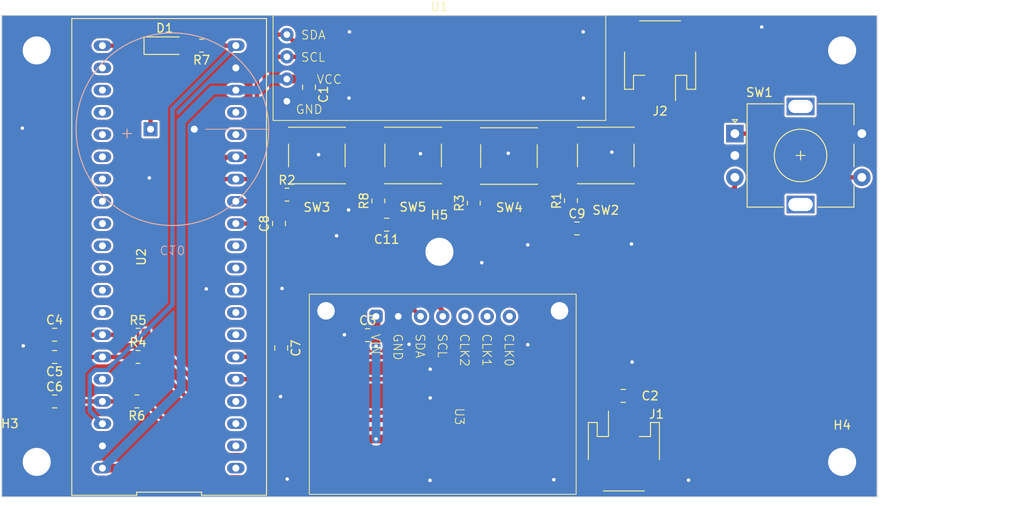
<source format=kicad_pcb>
(kicad_pcb (version 20221018) (generator pcbnew)
  (layers (0 "F.Cu" signal) (31 "B.Cu" signal) (34 "B.Paste" user) (35 "F.Paste" user) (36 "B.SilkS" user "B.Silkscreen") (37 "F.SilkS" user "F.Silkscreen") (38 "B.Mask" user) (39 "F.Mask" user) (44 "Edge.Cuts" user))
  (net 0 "")
  (net 1 "+5V")
  (net 2 "Earth")
  (net 3 "ENC_R")
  (net 4 "ENC_L")
  (net 5 "ENC_STEP")
  (net 6 "B_SET")
  (net 7 "B_BAND")
  (net 8 "B_TX")
  (net 9 "Net-(D1-K)")
  (net 10 "B_F1")
  (net 11 "Net-(D1-A)")
  (net 12 "SDA")
  (net 13 "SCL")
  (net 14 "Net-(R1-Pad2)")
  (net 15 "Net-(R2-Pad2)")
  (net 16 "Net-(R3-Pad2)")
  (net 17 "Net-(R4-Pad2)")
  (net 18 "Net-(R5-Pad2)")
  (net 19 "Net-(R6-Pad1)")
  (net 20 "+3.3V")
  (net 21 "Net-(R8-Pad2)")
  (footprint "Rotary_Encoder:RotaryEncoder_Alps_EC11E-Switch_Vertical_H20mm" (layer "F.Cu") (at 183.75 86.5)
    (fp_text reference "SW1" (at 2.8 -4.7) (layer "F.SilkS"))
    (fp_text value "RotaryEncoder_Switch")
    (fp_line (start -0.3 -1.6) (end 0.3 -1.6) (stroke (width 0.12)) (layer "F.SilkS"))
    (fp_line (start 0 -1.3) (end -0.3 -1.6) (stroke (width 0.12)) (layer "F.SilkS"))
    (fp_line (start 0.3 -1.6) (end 0 -1.3) (stroke (width 0.12)) (layer "F.SilkS"))
    (fp_line (start 1.4 -3.4) (end 1.4 8.4) (stroke (width 0.12)) (layer "F.SilkS"))
    (fp_line (start 5.5 -3.4) (end 1.4 -3.4) (stroke (width 0.12)) (layer "F.SilkS"))
    (fp_line (start 5.5 8.4) (end 1.4 8.4) (stroke (width 0.12)) (layer "F.SilkS"))
    (fp_line (start 7 2.5) (end 8 2.5) (stroke (width 0.12)) (layer "F.SilkS"))
    (fp_line (start 7.5 2) (end 7.5 3) (stroke (width 0.12)) (layer "F.SilkS"))
    (fp_line (start 9.5 -3.4) (end 13.6 -3.4) (stroke (width 0.12)) (layer "F.SilkS"))
    (fp_line (start 13.6 -3.4) (end 13.6 -1) (stroke (width 0.12)) (layer "F.SilkS"))
    (fp_line (start 13.6 1.2) (end 13.6 3.8) (stroke (width 0.12)) (layer "F.SilkS"))
    (fp_line (start 13.6 6) (end 13.6 8.4) (stroke (width 0.12)) (layer "F.SilkS"))
    (fp_line (start 13.6 8.4) (end 9.5 8.4) (stroke (width 0.12)) (layer "F.SilkS"))
    (fp_circle (center 7.5 2.5) (end 10.5 2.5) (stroke (width 0.12)) (fill none) (layer "F.SilkS"))
    (pad "A" thru_hole rect (at 0 0) (size 2 2) (drill 1) (layers "*.Cu" "*.Mask") (net 17 "Net-(R4-Pad2)"))
    (pad "B" thru_hole circle (at 0 5) (size 2 2) (drill 1) (layers "*.Cu" "*.Mask") (net 18 "Net-(R5-Pad2)"))
    (pad "C" thru_hole circle (at 0 2.5) (size 2 2) (drill 1) (layers "*.Cu" "*.Mask") (net 2 "Earth"))
    (pad "MP" thru_hole rect (at 7.5 -3.1) (size 3.2 2) (drill oval 2.8 1.5) (layers "*.Cu" "*.Mask"))
    (pad "MP" thru_hole rect (at 7.5 8.1) (size 3.2 2) (drill oval 2.8 1.5) (layers "*.Cu" "*.Mask"))
    (pad "S1" thru_hole circle (at 14.5 5) (size 2 2) (drill 1) (layers "*.Cu" "*.Mask") (net 19 "Net-(R6-Pad1)"))
    (pad "S2" thru_hole circle (at 14.5 0) (size 2 2) (drill 1) (layers "*.Cu" "*.Mask") (net 2 "Earth"))
  )
  (footprint "Capacitor_SMD:C_0805_2012Metric" (layer "F.Cu") (at 131.6736 96.774 90)
    (fp_text reference "C8" (at 0 -1.68 90) (layer "F.SilkS"))
    (fp_text value "104")
    (fp_line (start -0.261252 -0.735) (end 0.261252 -0.735) (stroke (width 0.12)) (layer "F.SilkS"))
    (fp_line (start -0.261252 0.735) (end 0.261252 0.735) (stroke (width 0.12)) (layer "F.SilkS"))
    (pad "1" smd roundrect (at -0.95 0 90) (size 1 1.45) (layers "F.Cu" "F.Paste" "F.Mask") (net 2 "Earth"))
    (pad "2" smd roundrect (at 0.95 0 90) (size 1 1.45) (layers "F.Cu" "F.Paste" "F.Mask") (net 7 "B_BAND"))
  )
  (footprint "Connector_JST:JST_PH_S2B-PH-SM4-TB_1x02-1MP_P2.00mm_Horizontal" (layer "F.Cu") (at 175.2092 78.1304 180)
    (fp_text reference "J2" (at 0 -5.8) (layer "F.SilkS"))
    (fp_text value "I2C")
    (fp_line (start -4.06 -3.31) (end -3.04 -3.31) (stroke (width 0.12)) (layer "F.SilkS"))
    (fp_line (start -4.06 0.94) (end -4.06 -3.31) (stroke (width 0.12)) (layer "F.SilkS"))
    (fp_line (start -3.04 -3.31) (end -3.04 -1.71) (stroke (width 0.12)) (layer "F.SilkS"))
    (fp_line (start -3.04 -1.71) (end -1.76 -1.71) (stroke (width 0.12)) (layer "F.SilkS"))
    (fp_line (start -2.34 4.51) (end 2.34 4.51) (stroke (width 0.12)) (layer "F.SilkS"))
    (fp_line (start -1.76 -1.71) (end -1.76 -4.6) (stroke (width 0.12)) (layer "F.SilkS"))
    (fp_line (start 3.04 -3.31) (end 3.04 -1.71) (stroke (width 0.12)) (layer "F.SilkS"))
    (fp_line (start 3.04 -1.71) (end 1.76 -1.71) (stroke (width 0.12)) (layer "F.SilkS"))
    (fp_line (start 4.06 -3.31) (end 3.04 -3.31) (stroke (width 0.12)) (layer "F.SilkS"))
    (fp_line (start 4.06 0.94) (end 4.06 -3.31) (stroke (width 0.12)) (layer "F.SilkS"))
    (pad "1" smd roundrect (at -1 -2.85 180) (size 1 3.5) (layers "F.Cu" "F.Paste" "F.Mask") (net 12 "SDA"))
    (pad "2" smd roundrect (at 1 -2.85 180) (size 1 3.5) (layers "F.Cu" "F.Paste" "F.Mask") (net 13 "SCL"))
    (pad "MP" smd roundrect (at -3.35 2.9 180) (size 1.5 3.4) (layers "F.Cu" "F.Paste" "F.Mask") (roundrect_rratio 0.1666673333) (net 2 "Earth"))
    (pad "MP" smd roundrect (at 3.35 2.9 180) (size 1.5 3.4) (layers "F.Cu" "F.Paste" "F.Mask") (roundrect_rratio 0.1666673333) (net 2 "Earth"))
  )
  (footprint "Capacitor_SMD:C_0805_2012Metric" (layer "F.Cu") (at 141.8082 109.5248)
    (fp_text reference "C3" (at 0 -1.68) (layer "F.SilkS"))
    (fp_text value "104")
    (fp_line (start -0.261252 -0.735) (end 0.261252 -0.735) (stroke (width 0.12)) (layer "F.SilkS"))
    (fp_line (start -0.261252 0.735) (end 0.261252 0.735) (stroke (width 0.12)) (layer "F.SilkS"))
    (pad "1" smd roundrect (at -0.95 0) (size 1 1.45) (layers "F.Cu" "F.Paste" "F.Mask") (net 2 "Earth"))
    (pad "2" smd roundrect (at 0.95 0) (size 1 1.45) (layers "F.Cu" "F.Paste" "F.Mask") (net 1 "+5V"))
  )
  (footprint "Capacitor_SMD:C_0805_2012Metric" (layer "F.Cu") (at 106.045 109.474)
    (fp_text reference "C4" (at 0 -1.68) (layer "F.SilkS"))
    (fp_text value "104")
    (fp_line (start -0.261252 -0.735) (end 0.261252 -0.735) (stroke (width 0.12)) (layer "F.SilkS"))
    (fp_line (start -0.261252 0.735) (end 0.261252 0.735) (stroke (width 0.12)) (layer "F.SilkS"))
    (pad "1" smd roundrect (at -0.95 0) (size 1 1.45) (layers "F.Cu" "F.Paste" "F.Mask") (net 2 "Earth"))
    (pad "2" smd roundrect (at 0.95 0) (size 1 1.45) (layers "F.Cu" "F.Paste" "F.Mask") (net 3 "ENC_R"))
  )
  (footprint "Resistor_SMD:R_0805_2012Metric" (layer "F.Cu") (at 132.588 93.472)
    (fp_text reference "R2" (at 0 -1.65) (layer "F.SilkS"))
    (fp_text value "472")
    (fp_line (start -0.227064 -0.735) (end 0.227064 -0.735) (stroke (width 0.12)) (layer "F.SilkS"))
    (fp_line (start -0.227064 0.735) (end 0.227064 0.735) (stroke (width 0.12)) (layer "F.SilkS"))
    (pad "1" smd roundrect (at -0.9125 0) (size 1.025 1.4) (layers "F.Cu" "F.Paste" "F.Mask") (roundrect_rratio 0.243902439) (net 7 "B_BAND"))
    (pad "2" smd roundrect (at 0.9125 0) (size 1.025 1.4) (layers "F.Cu" "F.Paste" "F.Mask") (roundrect_rratio 0.243902439) (net 15 "Net-(R2-Pad2)"))
  )
  (footprint "Button_Switch_SMD:SW_SPST_PTS645" (layer "F.Cu") (at 157.945 89.063 180)
    (fp_text reference "SW4" (at -0.043 -5.8822) (layer "F.SilkS"))
    (fp_text value "SETTINGS" (at -0.6526 -4.2312) (layer "F.Cu" knockout))
    (fp_line (start -3.23 -3.23) (end 3.23 -3.23) (stroke (width 0.12)) (layer "F.SilkS"))
    (fp_line (start -3.23 -3.2) (end -3.23 -3.23) (stroke (width 0.12)) (layer "F.SilkS"))
    (fp_line (start -3.23 -1.3) (end -3.23 1.3) (stroke (width 0.12)) (layer "F.SilkS"))
    (fp_line (start -3.23 3.23) (end -3.23 3.2) (stroke (width 0.12)) (layer "F.SilkS"))
    (fp_line (start -3.23 3.23) (end 3.23 3.23) (stroke (width 0.12)) (layer "F.SilkS"))
    (fp_line (start 3.23 -3.23) (end 3.23 -3.2) (stroke (width 0.12)) (layer "F.SilkS"))
    (fp_line (start 3.23 -1.3) (end 3.23 1.3) (stroke (width 0.12)) (layer "F.SilkS"))
    (fp_line (start 3.23 3.23) (end 3.23 3.2) (stroke (width 0.12)) (layer "F.SilkS"))
    (pad "1" smd rect (at -3.98 -2.25 180) (size 1.55 1.3) (layers "F.Cu" "F.Paste" "F.Mask") (net 16 "Net-(R3-Pad2)"))
    (pad "1" smd rect (at 3.98 -2.25 180) (size 1.55 1.3) (layers "F.Cu" "F.Paste" "F.Mask") (net 16 "Net-(R3-Pad2)"))
    (pad "2" smd rect (at -3.98 2.25 180) (size 1.55 1.3) (layers "F.Cu" "F.Paste" "F.Mask") (net 2 "Earth"))
    (pad "2" smd rect (at 3.98 2.25 180) (size 1.55 1.3) (layers "F.Cu" "F.Paste" "F.Mask") (net 2 "Earth"))
  )
  (footprint "Resistor_SMD:R_0805_2012Metric" (layer "F.Cu") (at 122.8325 76.454 180)
    (fp_text reference "R7" (at 0 -1.65) (layer "F.SilkS"))
    (fp_text value "101")
    (fp_line (start -0.227064 -0.735) (end 0.227064 -0.735) (stroke (width 0.12)) (layer "F.SilkS"))
    (fp_line (start -0.227064 0.735) (end 0.227064 0.735) (stroke (width 0.12)) (layer "F.SilkS"))
    (pad "1" smd roundrect (at -0.9125 0 180) (size 1.025 1.4) (layers "F.Cu" "F.Paste" "F.Mask") (roundrect_rratio 0.243902439) (net 20 "+3.3V"))
    (pad "2" smd roundrect (at 0.9125 0 180) (size 1.025 1.4) (layers "F.Cu" "F.Paste" "F.Mask") (roundrect_rratio 0.243902439) (net 11 "Net-(D1-A)"))
  )
  (footprint "MountingHole:MountingHole_3.2mm_M3_Pad" (layer "F.Cu") (at 196 124)
    (fp_text reference "H4" (at 0 -4.2) (layer "F.SilkS"))
    (fp_text value "MH")
    (pad "1" thru_hole circle locked (at 0 0) (size 6.4 6.4) (drill 3.2) (layers "*.Cu" "*.Mask") (net 2 "Earth"))
  )
  (footprint "PhilsFootprintLibrary:Module_OLED_091" (layer "F.Cu") (at 150 79)
    (fp_text reference "U1" (at 0 -7 unlocked) (layer "F.SilkS") (effects (font (thickness 0.1))))
    (fp_text value "Adafruit_SSD1306")
    (fp_text user "SCL" (at -15.875 -0.635 unlocked) (layer "F.SilkS") (effects (font (thickness 0.1)) (justify left bottom)))
    (fp_text user "GND" (at -16.4722 5.328 unlocked) (layer "F.SilkS") (effects (font (thickness 0.1)) (justify left bottom)))
    (fp_text user "VCC" (at -14.0846 1.899 unlocked) (layer "F.SilkS") (effects (font (thickness 0.1)) (justify left bottom)))
    (fp_text user "SDA" (at -15.875 -3.175 unlocked) (layer "F.SilkS") (effects (font (thickness 0.1)) (justify left bottom)))
    (fp_rect (start -19 -6) (end 19 6) (stroke (width 0.1)) (fill none) (layer "F.SilkS"))
    (pad "1" thru_hole roundrect (at -17.43 3.81) (size 1.524 1.524) (drill 0.762) (layers "*.Cu" "*.Mask") (net 2 "Earth"))
    (pad "2" thru_hole circle (at -17.43 1.27) (size 1.524 1.524) (drill 0.762) (layers "*.Cu" "*.Mask") (net 1 "+5V"))
    (pad "3" thru_hole circle (at -17.43 -1.27) (size 1.524 1.524) (drill 0.762) (layers "*.Cu" "*.Mask") (net 13 "SCL"))
    (pad "4" thru_hole circle (at -17.43 -3.81) (size 1.524 1.524) (drill 0.762) (layers "*.Cu" "*.Mask") (net 12 "SDA"))
  )
  (footprint "Resistor_SMD:R_0805_2012Metric" (layer "F.Cu") (at 165.0238 94.1578 90)
    (fp_text reference "R1" (at 0 -1.65 90) (layer "F.SilkS"))
    (fp_text value "472")
    (fp_line (start -0.227064 -0.735) (end 0.227064 -0.735) (stroke (width 0.12)) (layer "F.SilkS"))
    (fp_line (start -0.227064 0.735) (end 0.227064 0.735) (stroke (width 0.12)) (layer "F.SilkS"))
    (pad "1" smd roundrect (at -0.9125 0 90) (size 1.025 1.4) (layers "F.Cu" "F.Paste" "F.Mask") (roundrect_rratio 0.243902439) (net 8 "B_TX"))
    (pad "2" smd roundrect (at 0.9125 0 90) (size 1.025 1.4) (layers "F.Cu" "F.Paste" "F.Mask") (roundrect_rratio 0.243902439) (net 14 "Net-(R1-Pad2)"))
  )
  (footprint "Resistor_SMD:R_0805_2012Metric" (layer "F.Cu") (at 115.443 117.094 180)
    (fp_text reference "R6" (at 0 -1.65) (layer "F.SilkS"))
    (fp_text value "472")
    (fp_line (start -0.227064 -0.735) (end 0.227064 -0.735) (stroke (width 0.12)) (layer "F.SilkS"))
    (fp_line (start -0.227064 0.735) (end 0.227064 0.735) (stroke (width 0.12)) (layer "F.SilkS"))
    (pad "1" smd roundrect (at -0.9125 0 180) (size 1.025 1.4) (layers "F.Cu" "F.Paste" "F.Mask") (roundrect_rratio 0.243902439) (net 19 "Net-(R6-Pad1)"))
    (pad "2" smd roundrect (at 0.9125 0 180) (size 1.025 1.4) (layers "F.Cu" "F.Paste" "F.Mask") (roundrect_rratio 0.243902439) (net 5 "ENC_STEP"))
  )
  (footprint "MountingHole:MountingHole_3.2mm_M3_Pad" (layer "F.Cu") (at 196 77)
    (fp_text reference "H2" hide)
    (fp_text value "MH")
    (pad "1" thru_hole circle locked (at 0 0) (size 6.4 6.4) (drill 3.2) (layers "*.Cu" "*.Mask") (net 2 "Earth"))
  )
  (footprint "Button_Switch_SMD:SW_SPST_PTS645" (layer "F.Cu") (at 136 89 180)
    (fp_text reference "SW3" (at 0 -5.9198) (layer "F.SilkS"))
    (fp_text value "BAND" (at -0.271 -4.2688) (layer "F.Cu" knockout))
    (fp_line (start -3.23 -3.23) (end 3.23 -3.23) (stroke (width 0.12)) (layer "F.SilkS"))
    (fp_line (start -3.23 -3.2) (end -3.23 -3.23) (stroke (width 0.12)) (layer "F.SilkS"))
    (fp_line (start -3.23 -1.3) (end -3.23 1.3) (stroke (width 0.12)) (layer "F.SilkS"))
    (fp_line (start -3.23 3.23) (end -3.23 3.2) (stroke (width 0.12)) (layer "F.SilkS"))
    (fp_line (start -3.23 3.23) (end 3.23 3.23) (stroke (width 0.12)) (layer "F.SilkS"))
    (fp_line (start 3.23 -3.23) (end 3.23 -3.2) (stroke (width 0.12)) (layer "F.SilkS"))
    (fp_line (start 3.23 -1.3) (end 3.23 1.3) (stroke (width 0.12)) (layer "F.SilkS"))
    (fp_line (start 3.23 3.23) (end 3.23 3.2) (stroke (width 0.12)) (layer "F.SilkS"))
    (pad "1" smd rect (at -3.98 -2.25 180) (size 1.55 1.3) (layers "F.Cu" "F.Paste" "F.Mask") (net 15 "Net-(R2-Pad2)"))
    (pad "1" smd rect (at 3.98 -2.25 180) (size 1.55 1.3) (layers "F.Cu" "F.Paste" "F.Mask") (net 15 "Net-(R2-Pad2)"))
    (pad "2" smd rect (at -3.98 2.25 180) (size 1.55 1.3) (layers "F.Cu" "F.Paste" "F.Mask") (net 2 "Earth"))
    (pad "2" smd rect (at 3.98 2.25 180) (size 1.55 1.3) (layers "F.Cu" "F.Paste" "F.Mask") (net 2 "Earth"))
  )
  (footprint "Button_Switch_SMD:SW_SPST_PTS645" (layer "F.Cu") (at 147 89 180)
    (fp_text reference "SW5" (at 0.0356 -5.8944) (layer "F.SilkS"))
    (fp_text value "F1" (at 0.0102 -4.2434) (layer "F.Cu" knockout))
    (fp_line (start -3.23 -3.23) (end 3.23 -3.23) (stroke (width 0.12)) (layer "F.SilkS"))
    (fp_line (start -3.23 -3.2) (end -3.23 -3.23) (stroke (width 0.12)) (layer "F.SilkS"))
    (fp_line (start -3.23 -1.3) (end -3.23 1.3) (stroke (width 0.12)) (layer "F.SilkS"))
    (fp_line (start -3.23 3.23) (end -3.23 3.2) (stroke (width 0.12)) (layer "F.SilkS"))
    (fp_line (start -3.23 3.23) (end 3.23 3.23) (stroke (width 0.12)) (layer "F.SilkS"))
    (fp_line (start 3.23 -3.23) (end 3.23 -3.2) (stroke (width 0.12)) (layer "F.SilkS"))
    (fp_line (start 3.23 -1.3) (end 3.23 1.3) (stroke (width 0.12)) (layer "F.SilkS"))
    (fp_line (start 3.23 3.23) (end 3.23 3.2) (stroke (width 0.12)) (layer "F.SilkS"))
    (pad "1" smd rect (at -3.98 -2.25 180) (size 1.55 1.3) (layers "F.Cu" "F.Paste" "F.Mask") (net 21 "Net-(R8-Pad2)"))
    (pad "1" smd rect (at 3.98 -2.25 180) (size 1.55 1.3) (layers "F.Cu" "F.Paste" "F.Mask") (net 21 "Net-(R8-Pad2)"))
    (pad "2" smd rect (at -3.98 2.25 180) (size 1.55 1.3) (layers "F.Cu" "F.Paste" "F.Mask") (net 2 "Earth"))
    (pad "2" smd rect (at 3.98 2.25 180) (size 1.55 1.3) (layers "F.Cu" "F.Paste" "F.Mask") (net 2 "Earth"))
  )
  (footprint "MountingHole:MountingHole_3.2mm_M3_Pad" (layer "F.Cu") (at 104 124)
    (fp_text reference "H3" (at -3.068 -4.367) (layer "F.SilkS"))
    (fp_text value "MH")
    (pad "1" thru_hole circle locked (at 0 0) (size 6.4 6.4) (drill 3.2) (layers "*.Cu" "*.Mask") (net 2 "Earth"))
  )
  (footprint "Resistor_SMD:R_0805_2012Metric" (layer "F.Cu") (at 115.57 112.014)
    (fp_text reference "R4" (at 0 -1.65) (layer "F.SilkS"))
    (fp_text value "472")
    (fp_line (start -0.227064 -0.735) (end 0.227064 -0.735) (stroke (width 0.12)) (layer "F.SilkS"))
    (fp_line (start -0.227064 0.735) (end 0.227064 0.735) (stroke (width 0.12)) (layer "F.SilkS"))
    (pad "1" smd roundrect (at -0.9125 0) (size 1.025 1.4) (layers "F.Cu" "F.Paste" "F.Mask") (roundrect_rratio 0.243902439) (net 4 "ENC_L"))
    (pad "2" smd roundrect (at 0.9125 0) (size 1.025 1.4) (layers "F.Cu" "F.Paste" "F.Mask") (roundrect_rratio 0.243902439) (net 17 "Net-(R4-Pad2)"))
  )
  (footprint "Diode_SMD:D_SOD-123" (layer "F.Cu") (at 118.618 76.454)
    (fp_text reference "D1" (at 0 -2) (layer "F.SilkS"))
    (fp_text value "BAT42W-V")
    (fp_line (start -2.36 -1) (end -2.36 1) (stroke (width 0.12)) (layer "F.SilkS"))
    (fp_line (start -2.36 -1) (end 1.65 -1) (stroke (width 0.12)) (layer "F.SilkS"))
    (fp_line (start -2.36 1) (end 1.65 1) (stroke (width 0.12)) (layer "F.SilkS"))
    (pad "1" smd roundrect (at -1.65 0) (size 0.9 1.2) (layers "F.Cu" "F.Paste" "F.Mask") (net 9 "Net-(D1-K)"))
    (pad "2" smd roundrect (at 1.65 0) (size 0.9 1.2) (layers "F.Cu" "F.Paste" "F.Mask") (net 11 "Net-(D1-A)"))
  )
  (footprint "Capacitor_SMD:C_0805_2012Metric" (layer "F.Cu") (at 170.9928 116.459 180)
    (fp_text reference "C2" (at -3.0734 0) (layer "F.SilkS"))
    (fp_text value "104")
    (fp_line (start -0.261252 -0.735) (end 0.261252 -0.735) (stroke (width 0.12)) (layer "F.SilkS"))
    (fp_line (start -0.261252 0.735) (end 0.261252 0.735) (stroke (width 0.12)) (layer "F.SilkS"))
    (pad "1" smd roundrect (at -0.95 0 180) (size 1 1.45) (layers "F.Cu" "F.Paste" "F.Mask") (net 2 "Earth"))
    (pad "2" smd roundrect (at 0.95 0 180) (size 1 1.45) (layers "F.Cu" "F.Paste" "F.Mask") (net 1 "+5V"))
  )
  (footprint "Capacitor_SMD:C_0805_2012Metric" (layer "F.Cu") (at 135.1026 81.2038 -90)
    (fp_text reference "C1" (at 0.8128 -1.651 90) (layer "F.SilkS"))
    (fp_text value "104")
    (fp_line (start -0.261252 -0.735) (end 0.261252 -0.735) (stroke (width 0.12)) (layer "F.SilkS"))
    (fp_line (start -0.261252 0.735) (end 0.261252 0.735) (stroke (width 0.12)) (layer "F.SilkS"))
    (pad "1" smd roundrect (at -0.95 0 270) (size 1 1.45) (layers "F.Cu" "F.Paste" "F.Mask") (net 1 "+5V"))
    (pad "2" smd roundrect (at 0.95 0 270) (size 1 1.45) (layers "F.Cu" "F.Paste" "F.Mask") (net 2 "Earth"))
  )
  (footprint "Resistor_SMD:R_0805_2012Metric" (layer "F.Cu") (at 153.924 94.4372 90)
    (fp_text reference "R3" (at 0 -1.65 90) (layer "F.SilkS"))
    (fp_text value "472")
    (fp_line (start -0.227064 -0.735) (end 0.227064 -0.735) (stroke (width 0.12)) (layer "F.SilkS"))
    (fp_line (start -0.227064 0.735) (end 0.227064 0.735) (stroke (width 0.12)) (layer "F.SilkS"))
    (pad "1" smd roundrect (at -0.9125 0 90) (size 1.025 1.4) (layers "F.Cu" "F.Paste" "F.Mask") (roundrect_rratio 0.243902439) (net 6 "B_SET"))
    (pad "2" smd roundrect (at 0.9125 0 90) (size 1.025 1.4) (layers "F.Cu" "F.Paste" "F.Mask") (roundrect_rratio 0.243902439) (net 16 "Net-(R3-Pad2)"))
  )
  (footprint "Resistor_SMD:R_0805_2012Metric" (layer "F.Cu") (at 143.0274 94.1851 90)
    (fp_text reference "R8" (at 0 -1.65 90) (layer "F.SilkS"))
    (fp_text value "472")
    (fp_line (start -0.227064 -0.735) (end 0.227064 -0.735) (stroke (width 0.12)) (layer "F.SilkS"))
    (fp_line (start -0.227064 0.735) (end 0.227064 0.735) (stroke (width 0.12)) (layer "F.SilkS"))
    (pad "1" smd roundrect (at -0.9125 0 90) (size 1.025 1.4) (layers "F.Cu" "F.Paste" "F.Mask") (roundrect_rratio 0.243902439) (net 10 "B_F1"))
    (pad "2" smd roundrect (at 0.9125 0 90) (size 1.025 1.4) (layers "F.Cu" "F.Paste" "F.Mask") (roundrect_rratio 0.243902439) (net 21 "Net-(R8-Pad2)"))
  )
  (footprint "Capacitor_SMD:C_0805_2012Metric" (layer "F.Cu") (at 106.045 117.094)
    (fp_text reference "C6" (at 0 -1.68) (layer "F.SilkS"))
    (fp_text value "104")
    (fp_line (start -0.261252 -0.735) (end 0.261252 -0.735) (stroke (width 0.12)) (layer "F.SilkS"))
    (fp_line (start -0.261252 0.735) (end 0.261252 0.735) (stroke (width 0.12)) (layer "F.SilkS"))
    (pad "1" smd roundrect (at -0.95 0) (size 1 1.45) (layers "F.Cu" "F.Paste" "F.Mask") (net 2 "Earth"))
    (pad "2" smd roundrect (at 0.95 0) (size 1 1.45) (layers "F.Cu" "F.Paste" "F.Mask") (net 5 "ENC_STEP"))
  )
  (footprint "Connector_JST:JST_PH_S2B-PH-SM4-TB_1x02-1MP_P2.00mm_Horizontal" (layer "F.Cu") (at 171.069 122.809)
    (fp_text reference "J1" (at 3.7338 -4.2672) (layer "F.SilkS"))
    (fp_text value "+5V")
    (fp_line (start -4.06 -3.31) (end -3.04 -3.31) (stroke (width 0.12)) (layer "F.SilkS"))
    (fp_line (start -4.06 0.94) (end -4.06 -3.31) (stroke (width 0.12)) (layer "F.SilkS"))
    (fp_line (start -3.04 -3.31) (end -3.04 -1.71) (stroke (width 0.12)) (layer "F.SilkS"))
    (fp_line (start -3.04 -1.71) (end -1.76 -1.71) (stroke (width 0.12)) (layer "F.SilkS"))
    (fp_line (start -2.34 4.51) (end 2.34 4.51) (stroke (width 0.12)) (layer "F.SilkS"))
    (fp_line (start -1.76 -1.71) (end -1.76 -4.6) (stroke (width 0.12)) (layer "F.SilkS"))
    (fp_line (start 3.04 -3.31) (end 3.04 -1.71) (stroke (width 0.12)) (layer "F.SilkS"))
    (fp_line (start 3.04 -1.71) (end 1.76 -1.71) (stroke (width 0.12)) (layer "F.SilkS"))
    (fp_line (start 4.06 -3.31) (end 3.04 -3.31) (stroke (width 0.12)) (layer "F.SilkS"))
    (fp_line (start 4.06 0.94) (end 4.06 -3.31) (stroke (width 0.12)) (layer "F.SilkS"))
    (pad "1" smd roundrect (at -1 -2.85) (size 1 3.5) (layers "F.Cu" "F.Paste" "F.Mask") (net 1 "+5V"))
    (pad "2" smd roundrect (at 1 -2.85) (size 1 3.5) (layers "F.Cu" "F.Paste" "F.Mask") (net 2 "Earth"))
    (pad "MP" smd roundrect (at -3.35 2.9) (size 1.5 3.4) (layers "F.Cu" "F.Paste" "F.Mask") (roundrect_rratio 0.1666673333) (net 2 "Earth"))
    (pad "MP" smd roundrect (at 3.35 2.9) (size 1.5 3.4) (layers "F.Cu" "F.Paste" "F.Mask") (roundrect_rratio 0.1666673333) (net 2 "Earth"))
  )
  (footprint "Resistor_SMD:R_0805_2012Metric" (layer "F.Cu") (at 115.57 109.474)
    (fp_text reference "R5" (at 0 -1.65) (layer "F.SilkS"))
    (fp_text value "472")
    (fp_line (start -0.227064 -0.735) (end 0.227064 -0.735) (stroke (width 0.12)) (layer "F.SilkS"))
    (fp_line (start -0.227064 0.735) (end 0.227064 0.735) (stroke (width 0.12)) (layer "F.SilkS"))
    (pad "1" smd roundrect (at -0.9125 0) (size 1.025 1.4) (layers "F.Cu" "F.Paste" "F.Mask") (roundrect_rratio 0.243902439) (net 3 "ENC_R"))
    (pad "2" smd roundrect (at 0.9125 0) (size 1.025 1.4) (layers "F.Cu" "F.Paste" "F.Mask") (roundrect_rratio 0.243902439) (net 18 "Net-(R5-Pad2)"))
  )
  (footprint "PhilsFootprintLibrary:Module_Si5351" (layer "F.Cu") (at 150.38 115 -90)
    (fp_text reference "U3" (at 3.81 -1.905 -90 unlocked) (layer "F.SilkS") (effects (font (thickness 0.1))))
    (fp_text value "Si5351")
    (fp_text user "SCL" (at -5.715 0.635 -90 unlocked) (layer "F.SilkS") (effects (font (thickness 0.1)) (justify left bottom)))
    (fp_text user "SDA" (at -5.715 3.175 -90 unlocked) (layer "F.SilkS") (effects (font (thickness 0.1)) (justify left bottom)))
    (fp_text user "VIN" (at -5.715 8.255 -90 unlocked) (layer "F.SilkS") (effects (font (thickness 0.1)) (justify left bottom)))
    (fp_text user "GND" (at -5.715 5.715 -90 unlocked) (layer "F.SilkS") (effects (font (thickness 0.1)) (justify left bottom)))
    (fp_text user "CLK1" (at -5.715 -4.445 -90 unlocked) (layer "F.SilkS") (effects (font (thickness 0.1)) (justify left bottom)))
    (fp_text user "CLK0" (at -5.715 -6.985 -90 unlocked) (layer "F.SilkS") (effects (font (thickness 0.1)) (justify left bottom)))
    (fp_text user "CLK2" (at -5.715 -1.905 -90 unlocked) (layer "F.SilkS") (effects (font (thickness 0.1)) (justify left bottom)))
    (fp_rect (start -10.16 -15.24) (end 12.7 15.24) (stroke (width 0.1)) (fill none) (layer "F.SilkS"))
    (pad "1" thru_hole roundrect (at -7.62 7.62 270) (size 1.524 1.524) (drill 0.762) (layers "*.Cu" "*.Mask") (net 1 "+5V"))
    (pad "2" thru_hole circle (at -8.255 -13.335 270) (size 2.54 2.54) (drill 2) (layers "*.Cu" "*.Mask") (net 2 "Earth"))
    (pad "2" thru_hole circle (at -8.255 13.335 270) (size 2.54 2.54) (drill 2) (layers "*.Cu" "*.Mask") (net 2 "Earth"))
    (pad "2" thru_hole circle (at -7.62 5.08 270) (size 1.524 1.524) (drill 0.762) (layers "*.Cu" "*.Mask") (net 2 "Earth"))
    (pad "3" thru_hole circle (at -7.62 2.54 270) (size 1.524 1.524) (drill 0.762) (layers "*.Cu" "*.Mask") (net 12 "SDA"))
    (pad "4" thru_hole circle (at -7.62 0 270) (size 1.524 1.524) (drill 0.762) (layers "*.Cu" "*.Mask") (net 13 "SCL"))
    (pad "5" thru_hole circle (at -7.62 -2.54 270) (size 1.524 1.524) (drill 0.762) (layers "*.Cu" "*.Mask"))
    (pad "6" thru_hole circle (at -7.62 -5.08 270) (size 1.524 1.524) (drill 0.762) (layers "*.Cu" "*.Mask"))
    (pad "7" thru_hole circle (at -7.62 -7.62 270) (size 1.524 1.524) (drill 0.762) (layers "*.Cu" "*.Mask"))
  )
  (footprint "Capacitor_SMD:C_0805_2012Metric" (layer "F.Cu") (at 106.045 112.014 180)
    (fp_text reference "C5" (at 0 -1.68) (layer "F.SilkS"))
    (fp_text value "104")
    (fp_line (start -0.261252 -0.735) (end 0.261252 -0.735) (stroke (width 0.12)) (layer "F.SilkS"))
    (fp_line (start -0.261252 0.735) (end 0.261252 0.735) (stroke (width 0.12)) (layer "F.SilkS"))
    (pad "1" smd roundrect (at -0.95 0 180) (size 1 1.45) (layers "F.Cu" "F.Paste" "F.Mask") (net 4 "ENC_L"))
    (pad "2" smd roundrect (at 0.95 0 180) (size 1 1.45) (layers "F.Cu" "F.Paste" "F.Mask") (net 2 "Earth"))
  )
  (footprint "Capacitor_SMD:C_0805_2012Metric" (layer "F.Cu") (at 131.9276 110.998 -90)
    (fp_text reference "C7" (at 0 -1.68 90) (layer "F.SilkS"))
    (fp_text value "104")
    (fp_line (start -0.261252 -0.735) (end 0.261252 -0.735) (stroke (width 0.12)) (layer "F.SilkS"))
    (fp_line (start -0.261252 0.735) (end 0.261252 0.735) (stroke (width 0.12)) (layer "F.SilkS"))
    (pad "1" smd roundrect (at -0.95 0 270) (size 1 1.45) (layers "F.Cu" "F.Paste" "F.Mask") (net 2 "Earth"))
    (pad "2" smd roundrect (at 0.95 0 270) (size 1 1.45) (layers "F.Cu" "F.Paste" "F.Mask") (net 6 "B_SET"))
  )
  (footprint "Button_Switch_SMD:SW_SPST_PTS645" (layer "F.Cu") (at 169 89 180)
    (fp_text reference "SW2" (at 0 -6.25) (layer "F.SilkS"))
    (fp_text value "TX" (at -0.0116 -4.2942) (layer "F.Cu" knockout))
    (fp_line (start -3.23 -3.23) (end 3.23 -3.23) (stroke (width 0.12)) (layer "F.SilkS"))
    (fp_line (start -3.23 -3.2) (end -3.23 -3.23) (stroke (width 0.12)) (layer "F.SilkS"))
    (fp_line (start -3.23 -1.3) (end -3.23 1.3) (stroke (width 0.12)) (layer "F.SilkS"))
    (fp_line (start -3.23 3.23) (end -3.23 3.2) (stroke (width 0.12)) (layer "F.SilkS"))
    (fp_line (start -3.23 3.23) (end 3.23 3.23) (stroke (width 0.12)) (layer "F.SilkS"))
    (fp_line (start 3.23 -3.23) (end 3.23 -3.2) (stroke (width 0.12)) (layer "F.SilkS"))
    (fp_line (start 3.23 -1.3) (end 3.23 1.3) (stroke (width 0.12)) (layer "F.SilkS"))
    (fp_line (start 3.23 3.23) (end 3.23 3.2) (stroke (width 0.12)) (layer "F.SilkS"))
    (pad "1" smd rect (at -3.98 -2.25 180) (size 1.55 1.3) (layers "F.Cu" "F.Paste" "F.Mask") (net 14 "Net-(R1-Pad2)"))
    (pad "1" smd rect (at 3.98 -2.25 180) (size 1.55 1.3) (layers "F.Cu" "F.Paste" "F.Mask") (net 14 "Net-(R1-Pad2)"))
    (pad "2" smd rect (at -3.98 2.25 180) (size 1.55 1.3) (layers "F.Cu" "F.Paste" "F.Mask") (net 2 "Earth"))
    (pad "2" smd rect (at 3.98 2.25 180) (size 1.55 1.3) (layers "F.Cu" "F.Paste" "F.Mask") (net 2 "Earth"))
  )
  (footprint "Capacitor_SMD:C_0805_2012Metric" (layer "F.Cu") (at 143.9774 96.901 180)
    (fp_text reference "C11" (at 0 -1.68) (layer "F.SilkS"))
    (fp_text value "104")
    (fp_line (start -0.261252 -0.735) (end 0.261252 -0.735) (stroke (width 0.12)) (layer "F.SilkS"))
    (fp_line (start -0.261252 0.735) (end 0.261252 0.735) (stroke (width 0.12)) (layer "F.SilkS"))
    (pad "1" smd roundrect (at -0.95 0 180) (size 1 1.45) (layers "F.Cu" "F.Paste" "F.Mask") (net 2 "Earth"))
    (pad "2" smd roundrect (at 0.95 0 180) (size 1 1.45) (layers "F.Cu" "F.Paste" "F.Mask") (net 10 "B_F1"))
  )
  (footprint "Capacitor_SMD:C_0805_2012Metric" (layer "F.Cu") (at 165.7096 97.3328)
    (fp_text reference "C9" (at 0 -1.68) (layer "F.SilkS"))
    (fp_text value "104")
    (fp_line (start -0.261252 -0.735) (end 0.261252 -0.735) (stroke (width 0.12)) (layer "F.SilkS"))
    (fp_line (start -0.261252 0.735) (end 0.261252 0.735) (stroke (width 0.12)) (layer "F.SilkS"))
    (pad "1" smd roundrect (at -0.95 0) (size 1 1.45) (layers "F.Cu" "F.Paste" "F.Mask") (net 2 "Earth"))
    (pad "2" smd roundrect (at 0.95 0) (size 1 1.45) (layers "F.Cu" "F.Paste" "F.Mask") (net 8 "B_TX"))
  )
  (footprint "MountingHole:MountingHole_3.2mm_M3_Pad" (layer "F.Cu") (at 150 100)
    (fp_text reference "H5" (at 0 -4.2) (layer "F.SilkS"))
    (fp_text value "MH")
    (pad "1" thru_hole circle locked (at 0 0) (size 6.4 6.4) (drill 3.2) (layers "*.Cu" "*.Mask") (net 2 "Earth"))
  )
  (footprint "MountingHole:MountingHole_3.2mm_M3_Pad" (layer "F.Cu") (at 104 77)
    (fp_text reference "H1" hide)
    (fp_text value "MH")
    (pad "1" thru_hole circle locked (at 0 0) (size 6.4 6.4) (drill 3.2) (layers "*.Cu" "*.Mask") (net 2 "Earth"))
  )
  (footprint "PhilsFootprintLibrary:Module_BlackPill_v2" (layer "F.Cu") (at 119.126 100.584)
    (fp_text reference "U2" (at -3.175 0 -90) (layer "F.SilkS"))
    (fp_text value "Black Pill v2")
    (fp_line (start -11.12 27.23) (end -3.706666 27.23) (stroke (width 0.12)) (layer "F.SilkS"))
    (fp_line (start -11.119999 -27.23) (end -11.12 27.23) (stroke (width 0.12)) (layer "F.SilkS"))
    (fp_line (start -3.706666 26.87) (end 3.706666 26.87) (stroke (width 0.12)) (layer "F.SilkS"))
    (fp_line (start -3.706666 27.23) (end -3.706666 26.87) (stroke (width 0.12)) (layer "F.SilkS"))
    (fp_line (start 3.706666 26.87) (end 3.706666 27.23) (stroke (width 0.12)) (layer "F.SilkS"))
    (fp_line (start 3.706666 27.23) (end 11.119999 27.23) (stroke (width 0.12)) (layer "F.SilkS"))
    (fp_line (start 11.119999 27.23) (end 11.12 -27.23) (stroke (width 0.12)) (layer "F.SilkS"))
    (fp_line (start 11.12 -27.23) (end -11.119999 -27.23) (stroke (width 0.12)) (layer "F.SilkS"))
    (pad "1" thru_hole oval (at 7.62 24.13 90) (size 1.2 2) (drill 0.8) (layers "*.Cu" "*.Mask"))
    (pad "2" thru_hole oval (at 7.62 21.59 90) (size 1.2 2) (drill 0.8) (layers "*.Cu" "*.Mask"))
    (pad "3" thru_hole oval (at 7.62 19.05 90) (size 1.2 2) (drill 0.8) (layers "*.Cu" "*.Mask"))
    (pad "4" thru_hole oval (at 7.62 16.51 90) (size 1.2 2) (drill 0.8) (layers "*.Cu" "*.Mask"))
    (pad "5" thru_hole oval (at 7.62 13.97 90) (size 1.2 2) (drill 0.8) (layers "*.Cu" "*.Mask") (net 8 "B_TX"))
    (pad "6" thru_hole oval (at 7.62 11.43 90) (size 1.2 2) (drill 0.8) (layers "*.Cu" "*.Mask") (net 6 "B_SET"))
    (pad "7" thru_hole oval (at 7.62 8.89 90) (size 1.2 2) (drill 0.8) (layers "*.Cu" "*.Mask"))
    (pad "8" thru_hole oval (at 7.62 6.35 90) (size 1.2 2) (drill 0.8) (layers "*.Cu" "*.Mask"))
    (pad "9" thru_hole oval (at 7.62 3.81 90) (size 1.2 2) (drill 0.8) (layers "*.Cu" "*.Mask"))
    (pad "10" thru_hole oval (at 7.62 1.27 90) (size 1.2 2) (drill 0.8) (layers "*.Cu" "*.Mask"))
    (pad "11" thru_hole oval (at 7.62 -1.27 90) (size 1.2 2) (drill 0.8) (layers "*.Cu" "*.Mask"))
    (pad "12" thru_hole oval (at 7.62 -3.81 90) (size 1.2 2) (drill 0.8) (layers "*.Cu" "*.Mask") (net 10 "B_F1"))
    (pad "13" thru_hole oval (at 7.62 -6.35 90) (size 1.2 2) (drill 0.8) (layers "*.Cu" "*.Mask") (net 7 "B_BAND"))
    (pad "14" thru_hole oval (at 7.62 -8.89 90) (size 1.2 2) (drill 0.8) (layers "*.Cu" "*.Mask") (net 13 "SCL"))
    (pad "15" thru_hole oval (at 7.62 -11.43 90) (size 1.2 2) (drill 0.8) (layers "*.Cu" "*.Mask") (net 12 "SDA"))
    (pad "16" thru_hole oval (at 7.62 -13.97 90) (size 1.2 2) (drill 0.8) (layers "*.Cu" "*.Mask"))
    (pad "17" thru_hole oval (at 7.62 -16.51 90) (size 1.2 2) (drill 0.8) (layers "*.Cu" "*.Mask"))
    (pad "18" thru_hole oval (at 7.62 -19.05 90) (size 1.2 2) (drill 0.8) (layers "*.Cu" "*.Mask") (net 1 "+5V"))
    (pad "19" thru_hole oval (at 7.62 -21.59 90) (size 1.2 2) (drill 0.8) (layers "*.Cu" "*.Mask") (net 2 "Earth"))
    (pad "20" thru_hole oval (at 7.62 -24.13 90) (size 1.2 2) (drill 0.8) (layers "*.Cu" "*.Mask") (net 20 "+3.3V"))
    (pad "21" thru_hole oval (at -7.62 -24.13 90) (size 1.2 2) (drill 0.8) (layers "*.Cu" "*.Mask") (net 9 "Net-(D1-K)"))
    (pad "22" thru_hole oval (at -7.62 -21.59 90) (size 1.2 2) (drill 0.8) (layers "*.Cu" "*.Mask"))
    (pad "23" thru_hole oval (at -7.62 -19.05 90) (size 1.2 2) (drill 0.8) (layers "*.Cu" "*.Mask"))
    (pad "24" thru_hole oval (at -7.62 -16.51 90) (size 1.2 2) (drill 0.8) (layers "*.Cu" "*.Mask"))
    (pad "25" thru_hole oval (at -7.62 -13.97 90) (size 1.2 2) (drill 0.8) (layers "*.Cu" "*.Mask"))
    (pad "26" thru_hole oval (at -7.62 -11.43 90) (size 1.2 2) (drill 0.8) (layers "*.Cu" "*.Mask"))
    (pad "27" thru_hole oval (at -7.62 -8.89 90) (size 1.2 2) (drill 0.8) (layers "*.Cu" "*.Mask"))
    (pad "28" thru_hole oval (at -7.62 -6.35 90) (size 1.2 2) (drill 0.8) (layers "*.Cu" "*.Mask"))
    (pad "29" thru_hole oval (at -7.62 -3.81 90) (size 1.2 2) (drill 0.8) (layers "*.Cu" "*.Mask"))
    (pad "30" thru_hole oval (at -7.62 -1.27 90) (size 1.2 2) (drill 0.8) (layers "*.Cu" "*.Mask"))
    (pad "31" thru_hole oval (at -7.62 1.27 90) (size 1.2 2) (drill 0.8) (layers "*.Cu" "*.Mask"))
    (pad "32" thru_hole oval (at -7.62 3.81 90) (size 1.2 2) (drill 0.8) (layers "*.Cu" "*.Mask"))
    (pad "33" thru_hole oval (at -7.62 6.35 90) (size 1.2 2) (drill 0.8) (layers "*.Cu" "*.Mask"))
    (pad "34" thru_hole oval (at -7.62 8.89 90) (size 1.2 2) (drill 0.8) (layers "*.Cu" "*.Mask") (net 3 "ENC_R"))
    (pad "35" thru_hole oval (at -7.62 11.43 90) (size 1.2 2) (drill 0.8) (layers "*.Cu" "*.Mask") (net 4 "ENC_L"))
    (pad "36" thru_hole oval (at -7.62 13.97 90) (size 1.2 2) (drill 0.8) (layers "*.Cu" "*.Mask"))
    (pad "37" thru_hole oval (at -7.62 16.51 90) (size 1.2 2) (drill 0.8) (layers "*.Cu" "*.Mask") (net 5 "ENC_STEP"))
    (pad "38" thru_hole oval (at -7.62 19.05 90) (size 1.2 2) (drill 0.8) (layers "*.Cu" "*.Mask") (net 20 "+3.3V"))
    (pad "39" thru_hole oval (at -7.62 21.59 90) (size 1.2 2) (drill 0.8) (layers "*.Cu" "*.Mask") (net 2 "Earth"))
    (pad "40" thru_hole oval (at -7.62 24.13 90) (size 1.2 2) (drill 0.8) (layers "*.Cu" "*.Mask") (net 1 "+5V"))
  )
  (footprint "PhilsFootprintLibrary:Supercapacitor_C_D21_H7.5_P5.0" (layer "B.Cu") (at 119.5 86)
    (fp_text reference "C10" (at 0 13.795 -180 unlocked) (layer "B.SilkS") (effects (font (thickness 0.1)) (justify mirror)))
    (fp_text value "1.5F, 5.5V")
    (fp_line (start -5.679646 0.5) (end -4.679646 0.5) (stroke (width 0.12)) (layer "B.SilkS"))
    (fp_line (start -5.179646 1) (end -5.179646 0) (stroke (width 0.12)) (layer "B.SilkS"))
    (fp_line (start 3.81 0) (end 11 0) (stroke (width 0.1)) (layer "B.SilkS"))
    (fp_circle (center 0 0) (end 11 0) (stroke (width 0.12)) (fill none) (layer "B.SilkS"))
    (pad "1" thru_hole rect (at -2.5 0) (size 1.6 1.6) (drill 0.8) (layers "*.Cu" "*.Mask") (net 9 "Net-(D1-K)"))
    (pad "2" thru_hole circle (at 2.5 0) (size 1.6 1.6) (drill 0.8) (layers "*.Cu" "*.Mask") (net 2 "Earth"))
  )
  (gr_line locked (start 200 73) (end 200 128) (stroke (width 0.1)) (layer "Edge.Cuts"))
  (gr_line locked (start 100 128) (end 100 73) (stroke (width 0.1)) (layer "Edge.Cuts"))
  (gr_line locked (start 200 128) (end 100 128) (stroke (width 0.1)) (layer "Edge.Cuts"))
  (gr_line locked (start 100 73) (end 200 73) (stroke (width 0.1)) (layer "Edge.Cuts"))
  (segment (start 169.992 116.459) (end 170.069 116.536) (width 1) (layer "F.Cu") (net 1))
  (segment (start 142.7582 107.3818) (end 142.76 107.38) (width 1) (layer "F.Cu") (net 1))
  (segment (start 142.76 109.5266) (end 142.7582 109.5248) (width 1) (layer "F.Cu") (net 1))
  (segment (start 132.842 121.3866) (end 128.2146 126.014) (width 1) (layer "F.Cu") (net 1))
  (segment (start 132.57 80.27) (end 134.7816 80.27) (width 1) (layer "F.Cu") (net 1))
  (segment (start 114.874 124.714) (end 111.506 124.714) (width 1) (layer "F.Cu") (net 1))
  (segment (start 170.069 116.536) (end 170.069 119.959) (width 1) (layer "F.Cu") (net 1))
  (segment (start 159.4866 121.3866) (end 164.4142 116.459) (width 1) (layer "F.Cu") (net 1))
  (segment (start 142.76 121.3866) (end 132.842 121.3866) (width 1) (layer "F.Cu") (net 1))
  (segment (start 142.7582 109.5248) (end 142.7582 107.3818) (width 1) (layer "F.Cu") (net 1))
  (segment (start 164.4142 116.459) (end 169.992 116.459) (width 1) (layer "F.Cu") (net 1))
  (segment (start 142.76 110.7694) (end 142.76 109.5266) (width 1) (layer "F.Cu") (net 1))
  (segment (start 128.2146 126.014) (end 116.174 126.014) (width 1) (layer "F.Cu") (net 1))
  (segment (start 116.174 126.014) (end 114.874 124.714) (width 1) (layer "F.Cu") (net 1))
  (segment (start 142.76 121.3866) (end 159.4866 121.3866) (width 1) (layer "F.Cu") (net 1))
  (via (at 142.76 121.3866) (size 0.8) (drill 0.4) (layers "F.Cu" "B.Cu") (net 1))
  (via (at 142.76 110.7694) (size 0.8) (drill 0.4) (layers "F.Cu" "B.Cu") (net 1))
  (segment (start 142.76 110.7694) (end 142.76 121.3866) (width 1) (layer "B.Cu") (net 1))
  (segment (start 130.6008 80.27) (end 129.3368 81.534) (width 1) (layer "B.Cu") (net 1))
  (segment (start 120.5 115.72) (end 111.506 124.714) (width 1) (layer "B.Cu") (net 1))
  (segment (start 120.5 85.113) (end 120.5 115.72) (width 1) (layer "B.Cu") (net 1))
  (segment (start 126.746 81.534) (end 124.079 81.534) (width 1) (layer "B.Cu") (net 1))
  (segment (start 124.079 81.534) (end 120.5 85.113) (width 1) (layer "B.Cu") (net 1))
  (segment (start 129.3368 81.534) (end 126.746 81.534) (width 1) (layer "B.Cu") (net 1))
  (segment (start 132.57 80.27) (end 130.6008 80.27) (width 1) (layer "B.Cu") (net 1))
  (via (at 154.8384 101.2444) (size 0.8) (drill 0.4) (layers "F.Cu" "B.Cu") (net 2))
  (via (at 116.8654 91.567) (size 0.8) (drill 0.4) (layers "F.Cu" "B.Cu") (net 2))
  (via (at 186.817 74.3204) (size 0.8) (drill 0.4) (layers "F.Cu" "B.Cu") (net 2))
  (via (at 163.068 126.0348) (size 0.8) (drill 0.4) (layers "F.Cu" "B.Cu") (net 2))
  (via (at 148.9456 116.6876) (size 0.8) (drill 0.4) (layers "F.Cu" "B.Cu") (net 2))
  (via (at 166.4462 82.4484) (size 0.8) (drill 0.4) (layers "F.Cu" "B.Cu") (net 2))
  (via (at 102.362 85.8774) (size 0.8) (drill 0.4) (layers "F.Cu" "B.Cu") (net 2))
  (via (at 169.6974 88.6206) (size 0.8) (drill 0.4) (layers "F.Cu" "B.Cu") (net 2))
  (via (at 131.8514 116.5352) (size 0.8) (drill 0.4) (layers "F.Cu" "B.Cu") (net 2))
  (via (at 178.4604 126.0856) (size 0.8) (drill 0.4) (layers "F.Cu" "B.Cu") (net 2))
  (via (at 139.1412 109.474) (size 0.8) (drill 0.4) (layers "F.Cu" "B.Cu") (net 2))
  (via (at 123.3678 104.2416) (size 0.8) (drill 0.4) (layers "F.Cu" "B.Cu") (net 2))
  (via (at 166.4208 74.8792) (size 0.8) (drill 0.4) (layers "F.Cu" "B.Cu") (net 2))
  (via (at 132.0292 104.1908) (size 0.8) (drill 0.4) (layers "F.Cu" "B.Cu") (net 2))
  (via (at 139.7254 74.8792) (size 0.8) (drill 0.4) (layers "F.Cu" "B.Cu") (net 2))
  (via (at 157.861 88.7476) (size 0.8) (drill 0.4) (layers "F.Cu" "B.Cu") (net 2))
  (via (at 160.0962 99.2124) (size 0.8) (drill 0.4) (layers "F.Cu" "B.Cu") (net 2))
  (via (at 148.9202 126.111) (size 0.8) (drill 0.4) (layers "F.Cu" "B.Cu") (net 2))
  (via (at 132.6134 125.9586) (size 0.8) (drill 0.4) (layers "F.Cu" "B.Cu") (net 2))
  (via (at 148.9456 113.411) (size 0.8) (drill 0.4) (layers "F.Cu" "B.Cu") (net 2))
  (via (at 146.5326 110.5662) (size 0.8) (drill 0.4) (layers "F.Cu" "B.Cu") (net 2))
  (via (at 102.4636 110.744) (size 0.8) (drill 0.4) (layers "F.Cu" "B.Cu") (net 2))
  (via (at 136.1948 88.9) (size 0.8) (drill 0.4) (layers "F.Cu" "B.Cu") (net 2))
  (via (at 139.6238 95.2246) (size 0.8) (drill 0.4) (layers "F.Cu" "B.Cu") (net 2))
  (via (at 139.6746 82.4484) (size 0.8) (drill 0.4) (layers "F.Cu" "B.Cu") (net 2))
  (via (at 172.0088 112.5982) (size 0.8) (drill 0.4) (layers "F.Cu" "B.Cu") (net 2))
  (via (at 160.0962 110.617) (size 0.8) (drill 0.4) (layers "F.Cu" "B.Cu") (net 2))
  (via (at 147.828 88.7984) (size 0.8) (drill 0.4) (layers "F.Cu" "B.Cu") (net 2))
  (via (at 138.2522 98.171) (size 0.8) (drill 0.4) (layers "F.Cu" "B.Cu") (net 2))
  (via (at 171.9326 99.1108) (size 0.8) (drill 0.4) (layers "F.Cu" "B.Cu") (net 2))
  (segment (start 114.6575 109.474) (end 111.887 109.474) (width 0.5) (layer "F.Cu") (net 3))
  (segment (start 106.995 109.474) (end 111.887 109.474) (width 0.5) (layer "F.Cu") (net 3))
  (segment (start 111.887 112.014) (end 114.6575 112.014) (width 0.5) (layer "F.Cu") (net 4))
  (segment (start 106.995 112.014) (end 111.887 112.014) (width 0.5) (layer "F.Cu") (net 4))
  (segment (start 106.995 117.094) (end 114.5305 117.094) (width 0.5) (layer "F.Cu") (net 5))
  (segment (start 156.718 98.1437) (end 153.924 95.3497) (width 0.5) (layer "F.Cu") (net 6))
  (segment (start 156.718 109.386077) (end 156.718 98.1437) (width 0.5) (layer "F.Cu") (net 6))
  (segment (start 154.090077 112.014) (end 156.718 109.386077) (width 0.5) (layer "F.Cu") (net 6))
  (segment (start 126.746 112.014) (end 154.090077 112.014) (width 0.5) (layer "F.Cu") (net 6))
  (segment (start 128.8796 94.234) (end 129.6416 93.472) (width 0.5) (layer "F.Cu") (net 7))
  (segment (start 129.6416 93.472) (end 131.6755 93.472) (width 0.5) (layer "F.Cu") (net 7))
  (segment (start 131.6736 95.8342) (end 131.6736 93.4739) (width 0.5) (layer "F.Cu") (net 7))
  (segment (start 126.746 94.234) (end 128.8796 94.234) (width 0.5) (layer "F.Cu") (net 7))
  (segment (start 131.6736 93.4739) (end 131.6755 93.472) (width 0.5) (layer "F.Cu") (net 7))
  (segment (start 166.685 96.7315) (end 165.0238 95.0703) (width 0.5) (layer "F.Cu") (net 8))
  (segment (start 152.540027 114.554) (end 166.685 100.409027) (width 0.5) (layer "F.Cu") (net 8))
  (segment (start 126.746 114.554) (end 152.540027 114.554) (width 0.5) (layer "F.Cu") (net 8))
  (segment (start 166.685 100.409027) (end 166.685 96.7315) (width 0.5) (layer "F.Cu") (net 8))
  (segment (start 111.887 76.454) (end 116.968 76.454) (width 0.5) (layer "F.Cu") (net 9))
  (segment (start 117 76.486) (end 116.968 76.454) (width 0.5) (layer "F.Cu") (net 9))
  (segment (start 117 86) (end 117 76.486) (width 0.5) (layer "F.Cu") (net 9))
  (segment (start 143.0274 96.901) (end 143.0274 95.0976) (width 0.5) (layer "F.Cu") (net 10))
  (segment (start 126.746 96.774) (end 142.9004 96.774) (width 0.5) (layer "F.Cu") (net 10))
  (segment (start 142.9004 96.774) (end 143.0274 96.901) (width 0.5) (layer "F.Cu") (net 10))
  (segment (start 120.268 76.454) (end 121.92 76.454) (width 0.5) (layer "F.Cu") (net 11))
  (segment (start 131.058 75.19) (end 129.159 77.089) (width 0.5) (layer "F.Cu") (net 12))
  (segment (start 175.322 77.9638) (end 135.3438 77.9638) (width 0.5) (layer "F.Cu") (net 12))
  (segment (start 129.159 88.265) (end 128.27 89.154) (width 0.5) (layer "F.Cu") (net 12))
  (segment (start 123.1392 91.7448) (end 123.1392 98.0948) (width 0.5) (layer "F.Cu") (net 12))
  (segment (start 125.6124 100.568) (end 141.028 100.568) (width 0.5) (layer "F.Cu") (net 12))
  (segment (start 176.2092 80.9804) (end 176.2092 78.851) (width 0.5) (layer "F.Cu") (net 12))
  (segment (start 141.028 100.568) (end 147.84 107.38) (width 0.5) (layer "F.Cu") (net 12))
  (segment (start 176.2092 78.851) (end 175.322 77.9638) (width 0.5) (layer "F.Cu") (net 12))
  (segment (start 132.57 75.19) (end 131.058 75.19) (width 0.5) (layer "F.Cu") (net 12))
  (segment (start 135.3438 77.9638) (end 132.57 75.19) (width 0.5) (layer "F.Cu") (net 12))
  (segment (start 123.1392 98.0948) (end 125.6124 100.568) (width 0.5) (layer "F.Cu") (net 12))
  (segment (start 128.27 89.154) (end 125.73 89.154) (width 0.5) (layer "F.Cu") (net 12))
  (segment (start 129.159 77.089) (end 129.159 88.265) (width 0.5) (layer "F.Cu") (net 12))
  (segment (start 125.73 89.154) (end 123.1392 91.7448) (width 0.5) (layer "F.Cu") (net 12))
  (segment (start 130.048 90.0176) (end 128.3716 91.694) (width 0.5) (layer "F.Cu") (net 13))
  (segment (start 124.7648 98.0694) (end 128.0414 98.0694) (width 0.5) (layer "F.Cu") (net 13))
  (segment (start 131.058 77.73) (end 130.048 78.74) (width 0.5) (layer "F.Cu") (net 13))
  (segment (start 124.841 91.694) (end 124.079 92.456) (width 0.5) (layer "F.Cu") (net 13))
  (segment (start 133.9402 77.73) (end 132.57 77.73) (width 0.5) (layer "F.Cu") (net 13))
  (segment (start 124.079 97.3836) (end 124.7648 98.0694) (width 0.5) (layer "F.Cu") (net 13))
  (segment (start 134.874 78.6638) (end 133.9402 77.73) (width 0.5) (layer "F.Cu") (net 13))
  (segment (start 128.0414 98.0694) (end 129.6924 99.7204) (width 0.5) (layer "F.Cu") (net 13))
  (segment (start 128.3716 91.694) (end 127.127 91.694) (width 0.5) (layer "F.Cu") (net 13))
  (segment (start 149.5298 105.8926) (end 150.38 106.7428) (width 0.5) (layer "F.Cu") (net 13))
  (segment (start 174.2092 80.9804) (end 174.2092 79.0608) (width 0.5) (layer "F.Cu") (net 13))
  (segment (start 130.048 78.74) (end 130.048 90.0176) (width 0.5) (layer "F.Cu") (net 13))
  (segment (start 173.8122 78.6638) (end 134.874 78.6638) (width 0.5) (layer "F.Cu") (net 13))
  (segment (start 174.2092 79.0608) (end 173.8122 78.6638) (width 0.5) (layer "F.Cu") (net 13))
  (segment (start 150.38 106.7428) (end 150.38 107.38) (width 0.5) (layer "F.Cu") (net 13))
  (segment (start 147.5486 105.8926) (end 149.5298 105.8926) (width 0.5) (layer "F.Cu") (net 13))
  (segment (start 129.6924 99.7204) (end 141.3764 99.7204) (width 0.5) (layer "F.Cu") (net 13))
  (segment (start 126.746 91.694) (end 124.841 91.694) (width 0.5) (layer "F.Cu") (net 13))
  (segment (start 141.3764 99.7204) (end 147.5486 105.8926) (width 0.5) (layer "F.Cu") (net 13))
  (segment (start 132.57 77.73) (end 131.058 77.73) (width 0.5) (layer "F.Cu") (net 13))
  (segment (start 124.079 92.456) (end 124.079 97.3836) (width 0.5) (layer "F.Cu") (net 13))
  (segment (start 173.021 91.291) (end 172.98 91.25) (width 0.5) (layer "F.Cu") (net 14))
  (segment (start 165.0238 93.2453) (end 165.0238 91.2538) (width 0.5) (layer "F.Cu") (net 14))
  (segment (start 165.02 91.25) (end 172.98 91.25) (width 0.5) (layer "F.Cu") (net 14))
  (segment (start 165.0238 91.2538) (end 165.02 91.25) (width 0.5) (layer "F.Cu") (net 14))
  (segment (start 133.5005 91.2735) (end 133.477 91.25) (width 0.5) (layer "F.Cu") (net 15))
  (segment (start 132.02 91.25) (end 133.477 91.25) (width 0.5) (layer "F.Cu") (net 15))
  (segment (start 133.477 91.25) (end 139.98 91.25) (width 0.5) (layer "F.Cu") (net 15))
  (segment (start 133.5005 93.472) (end 133.5005 91.2735) (width 0.5) (layer "F.Cu") (net 15))
  (segment (start 153.924 93.5247) (end 153.924 91.354) (width 0.5) (layer "F.Cu") (net 16))
  (segment (start 153.924 91.354) (end 153.965 91.313) (width 0.5) (layer "F.Cu") (net 16))
  (segment (start 153.965 91.313) (end 161.925 91.313) (width 0.5) (layer "F.Cu") (net 16))
  (segment (start 186.817 91.059) (end 186.817 87.6808) (width 0.5) (layer "F.Cu") (net 17))
  (segment (start 185.6362 86.5) (end 183.75 86.5) (width 0.5) (layer "F.Cu") (net 17))
  (segment (start 116.4825 112.014) (end 125.3471 120.8786) (width 0.5) (layer "F.Cu") (net 17))
  (segment (start 129.2606 120.8786) (end 130.937 119.2022) (width 0.5) (layer "F.Cu") (net 17))
  (segment (start 158.6738 119.2022) (end 186.817 91.059) (width 0.5) (layer "F.Cu") (net 17))
  (segment (start 125.3471 120.8786) (end 129.2606 120.8786) (width 0.5) (layer "F.Cu") (net 17))
  (segment (start 186.817 87.6808) (end 185.6362 86.5) (width 0.5) (layer "F.Cu") (net 17))
  (segment (start 130.937 119.2022) (end 158.6738 119.2022) (width 0.5) (layer "F.Cu") (net 17))
  (segment (start 125.603 118.364) (end 157.988 118.364) (width 0.5) (layer "F.Cu") (net 18))
  (segment (start 157.988 118.364) (end 183.75 92.602) (width 0.5) (layer "F.Cu") (net 18))
  (segment (start 116.4825 109.474) (end 116.713 109.474) (width 0.5) (layer "F.Cu") (net 18))
  (segment (start 116.713 109.474) (end 125.603 118.364) (width 0.5) (layer "F.Cu") (net 18))
  (segment (start 183.75 92.602) (end 183.75 91.5) (width 0.5) (layer "F.Cu") (net 18))
  (segment (start 128.6932 123.224) (end 131.6736 120.2436) (width 0.5) (layer "F.Cu") (net 19))
  (segment (start 187.9 91.5) (end 198.25 91.5) (width 0.5) (layer "F.Cu") (net 19))
  (segment (start 116.3555 117.094) (end 122.4855 123.224) (width 0.5) (layer "F.Cu") (net 19))
  (segment (start 122.4855 123.224) (end 128.6932 123.224) (width 0.5) (layer "F.Cu") (net 19))
  (segment (start 131.6736 120.2436) (end 159.1564 120.2436) (width 0.5) (layer "F.Cu") (net 19))
  (segment (start 159.1564 120.2436) (end 187.9 91.5) (width 0.5) (layer "F.Cu") (net 19))
  (segment (start 123.745 76.454) (end 127.127 76.454) (width 0.5) (layer "F.Cu") (net 20))
  (segment (start 110.671076 113.504) (end 112.048 113.504) (width 0.5) (layer "B.Cu") (net 20))
  (segment (start 110.056 114.119076) (end 110.671076 113.504) (width 0.5) (layer "B.Cu") (net 20))
  (segment (start 119.507 106.045) (end 119.507 83.693) (width 0.5) (layer "B.Cu") (net 20))
  (segment (start 110.056 118.184) (end 110.056 114.119076) (width 0.5) (layer "B.Cu") (net 20))
  (segment (start 119.507 83.693) (end 126.746 76.454) (width 0.5) (layer "B.Cu") (net 20))
  (segment (start 112.048 113.504) (end 119.507 106.045) (width 0.5) (layer "B.Cu") (net 20))
  (segment (start 111.506 119.634) (end 110.056 118.184) (width 0.5) (layer "B.Cu") (net 20))
  (segment (start 143.02 91.25) (end 150.98 91.25) (width 0.5) (layer "F.Cu") (net 21))
  (segment (start 143.0274 93.2726) (end 143.0274 91.2574) (width 0.5) (layer "F.Cu") (net 21))
  (segment (start 143.0274 91.2574) (end 143.02 91.25) (width 0.5) (layer "F.Cu") (net 21))
  (segment (start 151.0265 91.2965) (end 150.98 91.25) (width 0.5) (layer "F.Cu") (net 21))
  (zone (net 2) (net_name "Earth") (layers "F&B.Cu") (connect_pads yes (clearance 0.25)) (min_thickness 0.25) (fill yes (thermal_gap 0.5) (thermal_bridge_width 0.5))
    (polygon (pts (xy 100 73) (xy 200 73) (xy 200 128) (xy 100 128)))
  )
)
</source>
